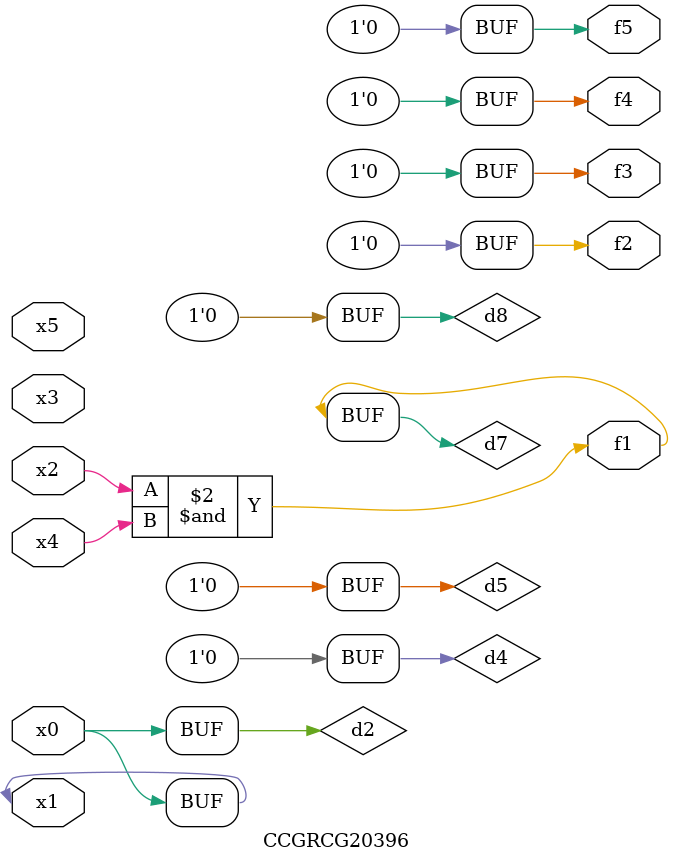
<source format=v>
module CCGRCG20396(
	input x0, x1, x2, x3, x4, x5,
	output f1, f2, f3, f4, f5
);

	wire d1, d2, d3, d4, d5, d6, d7, d8, d9;

	nand (d1, x1);
	buf (d2, x0, x1);
	nand (d3, x2, x4);
	and (d4, d1, d2);
	and (d5, d1, d2);
	nand (d6, d1, d3);
	not (d7, d3);
	xor (d8, d5);
	nor (d9, d5, d6);
	assign f1 = d7;
	assign f2 = d8;
	assign f3 = d8;
	assign f4 = d8;
	assign f5 = d8;
endmodule

</source>
